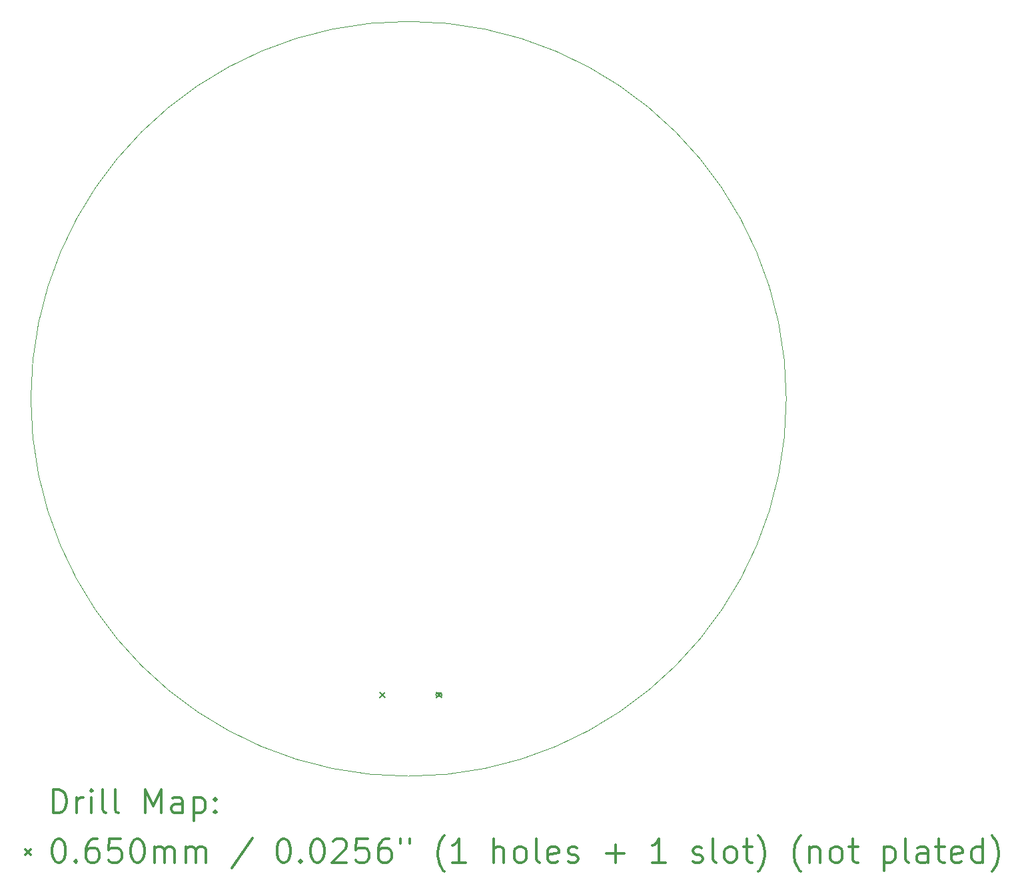
<source format=gbr>
%FSLAX45Y45*%
G04 Gerber Fmt 4.5, Leading zero omitted, Abs format (unit mm)*
G04 Created by KiCad (PCBNEW (5.1.10)-1) date 2021-07-16 13:04:02*
%MOMM*%
%LPD*%
G01*
G04 APERTURE LIST*
%TA.AperFunction,Profile*%
%ADD10C,0.050000*%
%TD*%
%ADD11C,0.200000*%
%ADD12C,0.300000*%
G04 APERTURE END LIST*
D10*
X20450000Y-8050000D02*
G75*
G03*
X20450000Y-8050000I-4800000J0D01*
G01*
D11*
X15282500Y-11781500D02*
X15347500Y-11846500D01*
X15347500Y-11781500D02*
X15282500Y-11846500D01*
X16002500Y-11781500D02*
X16067500Y-11846500D01*
X16067500Y-11781500D02*
X16002500Y-11846500D01*
X16020000Y-11836500D02*
X16050000Y-11836500D01*
X16020000Y-11791500D02*
X16050000Y-11791500D01*
X16050000Y-11836500D02*
G75*
G03*
X16050000Y-11791500I0J22500D01*
G01*
X16020000Y-11791500D02*
G75*
G03*
X16020000Y-11836500I0J-22500D01*
G01*
D12*
X11133928Y-13318214D02*
X11133928Y-13018214D01*
X11205357Y-13018214D01*
X11248214Y-13032500D01*
X11276786Y-13061071D01*
X11291071Y-13089643D01*
X11305357Y-13146786D01*
X11305357Y-13189643D01*
X11291071Y-13246786D01*
X11276786Y-13275357D01*
X11248214Y-13303929D01*
X11205357Y-13318214D01*
X11133928Y-13318214D01*
X11433928Y-13318214D02*
X11433928Y-13118214D01*
X11433928Y-13175357D02*
X11448214Y-13146786D01*
X11462500Y-13132500D01*
X11491071Y-13118214D01*
X11519643Y-13118214D01*
X11619643Y-13318214D02*
X11619643Y-13118214D01*
X11619643Y-13018214D02*
X11605357Y-13032500D01*
X11619643Y-13046786D01*
X11633928Y-13032500D01*
X11619643Y-13018214D01*
X11619643Y-13046786D01*
X11805357Y-13318214D02*
X11776786Y-13303929D01*
X11762500Y-13275357D01*
X11762500Y-13018214D01*
X11962500Y-13318214D02*
X11933928Y-13303929D01*
X11919643Y-13275357D01*
X11919643Y-13018214D01*
X12305357Y-13318214D02*
X12305357Y-13018214D01*
X12405357Y-13232500D01*
X12505357Y-13018214D01*
X12505357Y-13318214D01*
X12776786Y-13318214D02*
X12776786Y-13161071D01*
X12762500Y-13132500D01*
X12733928Y-13118214D01*
X12676786Y-13118214D01*
X12648214Y-13132500D01*
X12776786Y-13303929D02*
X12748214Y-13318214D01*
X12676786Y-13318214D01*
X12648214Y-13303929D01*
X12633928Y-13275357D01*
X12633928Y-13246786D01*
X12648214Y-13218214D01*
X12676786Y-13203929D01*
X12748214Y-13203929D01*
X12776786Y-13189643D01*
X12919643Y-13118214D02*
X12919643Y-13418214D01*
X12919643Y-13132500D02*
X12948214Y-13118214D01*
X13005357Y-13118214D01*
X13033928Y-13132500D01*
X13048214Y-13146786D01*
X13062500Y-13175357D01*
X13062500Y-13261071D01*
X13048214Y-13289643D01*
X13033928Y-13303929D01*
X13005357Y-13318214D01*
X12948214Y-13318214D01*
X12919643Y-13303929D01*
X13191071Y-13289643D02*
X13205357Y-13303929D01*
X13191071Y-13318214D01*
X13176786Y-13303929D01*
X13191071Y-13289643D01*
X13191071Y-13318214D01*
X13191071Y-13132500D02*
X13205357Y-13146786D01*
X13191071Y-13161071D01*
X13176786Y-13146786D01*
X13191071Y-13132500D01*
X13191071Y-13161071D01*
X10782500Y-13780000D02*
X10847500Y-13845000D01*
X10847500Y-13780000D02*
X10782500Y-13845000D01*
X11191071Y-13648214D02*
X11219643Y-13648214D01*
X11248214Y-13662500D01*
X11262500Y-13676786D01*
X11276786Y-13705357D01*
X11291071Y-13762500D01*
X11291071Y-13833929D01*
X11276786Y-13891071D01*
X11262500Y-13919643D01*
X11248214Y-13933929D01*
X11219643Y-13948214D01*
X11191071Y-13948214D01*
X11162500Y-13933929D01*
X11148214Y-13919643D01*
X11133928Y-13891071D01*
X11119643Y-13833929D01*
X11119643Y-13762500D01*
X11133928Y-13705357D01*
X11148214Y-13676786D01*
X11162500Y-13662500D01*
X11191071Y-13648214D01*
X11419643Y-13919643D02*
X11433928Y-13933929D01*
X11419643Y-13948214D01*
X11405357Y-13933929D01*
X11419643Y-13919643D01*
X11419643Y-13948214D01*
X11691071Y-13648214D02*
X11633928Y-13648214D01*
X11605357Y-13662500D01*
X11591071Y-13676786D01*
X11562500Y-13719643D01*
X11548214Y-13776786D01*
X11548214Y-13891071D01*
X11562500Y-13919643D01*
X11576786Y-13933929D01*
X11605357Y-13948214D01*
X11662500Y-13948214D01*
X11691071Y-13933929D01*
X11705357Y-13919643D01*
X11719643Y-13891071D01*
X11719643Y-13819643D01*
X11705357Y-13791071D01*
X11691071Y-13776786D01*
X11662500Y-13762500D01*
X11605357Y-13762500D01*
X11576786Y-13776786D01*
X11562500Y-13791071D01*
X11548214Y-13819643D01*
X11991071Y-13648214D02*
X11848214Y-13648214D01*
X11833928Y-13791071D01*
X11848214Y-13776786D01*
X11876786Y-13762500D01*
X11948214Y-13762500D01*
X11976786Y-13776786D01*
X11991071Y-13791071D01*
X12005357Y-13819643D01*
X12005357Y-13891071D01*
X11991071Y-13919643D01*
X11976786Y-13933929D01*
X11948214Y-13948214D01*
X11876786Y-13948214D01*
X11848214Y-13933929D01*
X11833928Y-13919643D01*
X12191071Y-13648214D02*
X12219643Y-13648214D01*
X12248214Y-13662500D01*
X12262500Y-13676786D01*
X12276786Y-13705357D01*
X12291071Y-13762500D01*
X12291071Y-13833929D01*
X12276786Y-13891071D01*
X12262500Y-13919643D01*
X12248214Y-13933929D01*
X12219643Y-13948214D01*
X12191071Y-13948214D01*
X12162500Y-13933929D01*
X12148214Y-13919643D01*
X12133928Y-13891071D01*
X12119643Y-13833929D01*
X12119643Y-13762500D01*
X12133928Y-13705357D01*
X12148214Y-13676786D01*
X12162500Y-13662500D01*
X12191071Y-13648214D01*
X12419643Y-13948214D02*
X12419643Y-13748214D01*
X12419643Y-13776786D02*
X12433928Y-13762500D01*
X12462500Y-13748214D01*
X12505357Y-13748214D01*
X12533928Y-13762500D01*
X12548214Y-13791071D01*
X12548214Y-13948214D01*
X12548214Y-13791071D02*
X12562500Y-13762500D01*
X12591071Y-13748214D01*
X12633928Y-13748214D01*
X12662500Y-13762500D01*
X12676786Y-13791071D01*
X12676786Y-13948214D01*
X12819643Y-13948214D02*
X12819643Y-13748214D01*
X12819643Y-13776786D02*
X12833928Y-13762500D01*
X12862500Y-13748214D01*
X12905357Y-13748214D01*
X12933928Y-13762500D01*
X12948214Y-13791071D01*
X12948214Y-13948214D01*
X12948214Y-13791071D02*
X12962500Y-13762500D01*
X12991071Y-13748214D01*
X13033928Y-13748214D01*
X13062500Y-13762500D01*
X13076786Y-13791071D01*
X13076786Y-13948214D01*
X13662500Y-13633929D02*
X13405357Y-14019643D01*
X14048214Y-13648214D02*
X14076786Y-13648214D01*
X14105357Y-13662500D01*
X14119643Y-13676786D01*
X14133928Y-13705357D01*
X14148214Y-13762500D01*
X14148214Y-13833929D01*
X14133928Y-13891071D01*
X14119643Y-13919643D01*
X14105357Y-13933929D01*
X14076786Y-13948214D01*
X14048214Y-13948214D01*
X14019643Y-13933929D01*
X14005357Y-13919643D01*
X13991071Y-13891071D01*
X13976786Y-13833929D01*
X13976786Y-13762500D01*
X13991071Y-13705357D01*
X14005357Y-13676786D01*
X14019643Y-13662500D01*
X14048214Y-13648214D01*
X14276786Y-13919643D02*
X14291071Y-13933929D01*
X14276786Y-13948214D01*
X14262500Y-13933929D01*
X14276786Y-13919643D01*
X14276786Y-13948214D01*
X14476786Y-13648214D02*
X14505357Y-13648214D01*
X14533928Y-13662500D01*
X14548214Y-13676786D01*
X14562500Y-13705357D01*
X14576786Y-13762500D01*
X14576786Y-13833929D01*
X14562500Y-13891071D01*
X14548214Y-13919643D01*
X14533928Y-13933929D01*
X14505357Y-13948214D01*
X14476786Y-13948214D01*
X14448214Y-13933929D01*
X14433928Y-13919643D01*
X14419643Y-13891071D01*
X14405357Y-13833929D01*
X14405357Y-13762500D01*
X14419643Y-13705357D01*
X14433928Y-13676786D01*
X14448214Y-13662500D01*
X14476786Y-13648214D01*
X14691071Y-13676786D02*
X14705357Y-13662500D01*
X14733928Y-13648214D01*
X14805357Y-13648214D01*
X14833928Y-13662500D01*
X14848214Y-13676786D01*
X14862500Y-13705357D01*
X14862500Y-13733929D01*
X14848214Y-13776786D01*
X14676786Y-13948214D01*
X14862500Y-13948214D01*
X15133928Y-13648214D02*
X14991071Y-13648214D01*
X14976786Y-13791071D01*
X14991071Y-13776786D01*
X15019643Y-13762500D01*
X15091071Y-13762500D01*
X15119643Y-13776786D01*
X15133928Y-13791071D01*
X15148214Y-13819643D01*
X15148214Y-13891071D01*
X15133928Y-13919643D01*
X15119643Y-13933929D01*
X15091071Y-13948214D01*
X15019643Y-13948214D01*
X14991071Y-13933929D01*
X14976786Y-13919643D01*
X15405357Y-13648214D02*
X15348214Y-13648214D01*
X15319643Y-13662500D01*
X15305357Y-13676786D01*
X15276786Y-13719643D01*
X15262500Y-13776786D01*
X15262500Y-13891071D01*
X15276786Y-13919643D01*
X15291071Y-13933929D01*
X15319643Y-13948214D01*
X15376786Y-13948214D01*
X15405357Y-13933929D01*
X15419643Y-13919643D01*
X15433928Y-13891071D01*
X15433928Y-13819643D01*
X15419643Y-13791071D01*
X15405357Y-13776786D01*
X15376786Y-13762500D01*
X15319643Y-13762500D01*
X15291071Y-13776786D01*
X15276786Y-13791071D01*
X15262500Y-13819643D01*
X15548214Y-13648214D02*
X15548214Y-13705357D01*
X15662500Y-13648214D02*
X15662500Y-13705357D01*
X16105357Y-14062500D02*
X16091071Y-14048214D01*
X16062500Y-14005357D01*
X16048214Y-13976786D01*
X16033928Y-13933929D01*
X16019643Y-13862500D01*
X16019643Y-13805357D01*
X16033928Y-13733929D01*
X16048214Y-13691071D01*
X16062500Y-13662500D01*
X16091071Y-13619643D01*
X16105357Y-13605357D01*
X16376786Y-13948214D02*
X16205357Y-13948214D01*
X16291071Y-13948214D02*
X16291071Y-13648214D01*
X16262500Y-13691071D01*
X16233928Y-13719643D01*
X16205357Y-13733929D01*
X16733928Y-13948214D02*
X16733928Y-13648214D01*
X16862500Y-13948214D02*
X16862500Y-13791071D01*
X16848214Y-13762500D01*
X16819643Y-13748214D01*
X16776786Y-13748214D01*
X16748214Y-13762500D01*
X16733928Y-13776786D01*
X17048214Y-13948214D02*
X17019643Y-13933929D01*
X17005357Y-13919643D01*
X16991071Y-13891071D01*
X16991071Y-13805357D01*
X17005357Y-13776786D01*
X17019643Y-13762500D01*
X17048214Y-13748214D01*
X17091071Y-13748214D01*
X17119643Y-13762500D01*
X17133928Y-13776786D01*
X17148214Y-13805357D01*
X17148214Y-13891071D01*
X17133928Y-13919643D01*
X17119643Y-13933929D01*
X17091071Y-13948214D01*
X17048214Y-13948214D01*
X17319643Y-13948214D02*
X17291071Y-13933929D01*
X17276786Y-13905357D01*
X17276786Y-13648214D01*
X17548214Y-13933929D02*
X17519643Y-13948214D01*
X17462500Y-13948214D01*
X17433928Y-13933929D01*
X17419643Y-13905357D01*
X17419643Y-13791071D01*
X17433928Y-13762500D01*
X17462500Y-13748214D01*
X17519643Y-13748214D01*
X17548214Y-13762500D01*
X17562500Y-13791071D01*
X17562500Y-13819643D01*
X17419643Y-13848214D01*
X17676786Y-13933929D02*
X17705357Y-13948214D01*
X17762500Y-13948214D01*
X17791071Y-13933929D01*
X17805357Y-13905357D01*
X17805357Y-13891071D01*
X17791071Y-13862500D01*
X17762500Y-13848214D01*
X17719643Y-13848214D01*
X17691071Y-13833929D01*
X17676786Y-13805357D01*
X17676786Y-13791071D01*
X17691071Y-13762500D01*
X17719643Y-13748214D01*
X17762500Y-13748214D01*
X17791071Y-13762500D01*
X18162500Y-13833929D02*
X18391071Y-13833929D01*
X18276786Y-13948214D02*
X18276786Y-13719643D01*
X18919643Y-13948214D02*
X18748214Y-13948214D01*
X18833928Y-13948214D02*
X18833928Y-13648214D01*
X18805357Y-13691071D01*
X18776786Y-13719643D01*
X18748214Y-13733929D01*
X19262500Y-13933929D02*
X19291071Y-13948214D01*
X19348214Y-13948214D01*
X19376786Y-13933929D01*
X19391071Y-13905357D01*
X19391071Y-13891071D01*
X19376786Y-13862500D01*
X19348214Y-13848214D01*
X19305357Y-13848214D01*
X19276786Y-13833929D01*
X19262500Y-13805357D01*
X19262500Y-13791071D01*
X19276786Y-13762500D01*
X19305357Y-13748214D01*
X19348214Y-13748214D01*
X19376786Y-13762500D01*
X19562500Y-13948214D02*
X19533928Y-13933929D01*
X19519643Y-13905357D01*
X19519643Y-13648214D01*
X19719643Y-13948214D02*
X19691071Y-13933929D01*
X19676786Y-13919643D01*
X19662500Y-13891071D01*
X19662500Y-13805357D01*
X19676786Y-13776786D01*
X19691071Y-13762500D01*
X19719643Y-13748214D01*
X19762500Y-13748214D01*
X19791071Y-13762500D01*
X19805357Y-13776786D01*
X19819643Y-13805357D01*
X19819643Y-13891071D01*
X19805357Y-13919643D01*
X19791071Y-13933929D01*
X19762500Y-13948214D01*
X19719643Y-13948214D01*
X19905357Y-13748214D02*
X20019643Y-13748214D01*
X19948214Y-13648214D02*
X19948214Y-13905357D01*
X19962500Y-13933929D01*
X19991071Y-13948214D01*
X20019643Y-13948214D01*
X20091071Y-14062500D02*
X20105357Y-14048214D01*
X20133928Y-14005357D01*
X20148214Y-13976786D01*
X20162500Y-13933929D01*
X20176786Y-13862500D01*
X20176786Y-13805357D01*
X20162500Y-13733929D01*
X20148214Y-13691071D01*
X20133928Y-13662500D01*
X20105357Y-13619643D01*
X20091071Y-13605357D01*
X20633928Y-14062500D02*
X20619643Y-14048214D01*
X20591071Y-14005357D01*
X20576786Y-13976786D01*
X20562500Y-13933929D01*
X20548214Y-13862500D01*
X20548214Y-13805357D01*
X20562500Y-13733929D01*
X20576786Y-13691071D01*
X20591071Y-13662500D01*
X20619643Y-13619643D01*
X20633928Y-13605357D01*
X20748214Y-13748214D02*
X20748214Y-13948214D01*
X20748214Y-13776786D02*
X20762500Y-13762500D01*
X20791071Y-13748214D01*
X20833928Y-13748214D01*
X20862500Y-13762500D01*
X20876786Y-13791071D01*
X20876786Y-13948214D01*
X21062500Y-13948214D02*
X21033928Y-13933929D01*
X21019643Y-13919643D01*
X21005357Y-13891071D01*
X21005357Y-13805357D01*
X21019643Y-13776786D01*
X21033928Y-13762500D01*
X21062500Y-13748214D01*
X21105357Y-13748214D01*
X21133928Y-13762500D01*
X21148214Y-13776786D01*
X21162500Y-13805357D01*
X21162500Y-13891071D01*
X21148214Y-13919643D01*
X21133928Y-13933929D01*
X21105357Y-13948214D01*
X21062500Y-13948214D01*
X21248214Y-13748214D02*
X21362500Y-13748214D01*
X21291071Y-13648214D02*
X21291071Y-13905357D01*
X21305357Y-13933929D01*
X21333928Y-13948214D01*
X21362500Y-13948214D01*
X21691071Y-13748214D02*
X21691071Y-14048214D01*
X21691071Y-13762500D02*
X21719643Y-13748214D01*
X21776786Y-13748214D01*
X21805357Y-13762500D01*
X21819643Y-13776786D01*
X21833928Y-13805357D01*
X21833928Y-13891071D01*
X21819643Y-13919643D01*
X21805357Y-13933929D01*
X21776786Y-13948214D01*
X21719643Y-13948214D01*
X21691071Y-13933929D01*
X22005357Y-13948214D02*
X21976786Y-13933929D01*
X21962500Y-13905357D01*
X21962500Y-13648214D01*
X22248214Y-13948214D02*
X22248214Y-13791071D01*
X22233928Y-13762500D01*
X22205357Y-13748214D01*
X22148214Y-13748214D01*
X22119643Y-13762500D01*
X22248214Y-13933929D02*
X22219643Y-13948214D01*
X22148214Y-13948214D01*
X22119643Y-13933929D01*
X22105357Y-13905357D01*
X22105357Y-13876786D01*
X22119643Y-13848214D01*
X22148214Y-13833929D01*
X22219643Y-13833929D01*
X22248214Y-13819643D01*
X22348214Y-13748214D02*
X22462500Y-13748214D01*
X22391071Y-13648214D02*
X22391071Y-13905357D01*
X22405357Y-13933929D01*
X22433928Y-13948214D01*
X22462500Y-13948214D01*
X22676786Y-13933929D02*
X22648214Y-13948214D01*
X22591071Y-13948214D01*
X22562500Y-13933929D01*
X22548214Y-13905357D01*
X22548214Y-13791071D01*
X22562500Y-13762500D01*
X22591071Y-13748214D01*
X22648214Y-13748214D01*
X22676786Y-13762500D01*
X22691071Y-13791071D01*
X22691071Y-13819643D01*
X22548214Y-13848214D01*
X22948214Y-13948214D02*
X22948214Y-13648214D01*
X22948214Y-13933929D02*
X22919643Y-13948214D01*
X22862500Y-13948214D01*
X22833928Y-13933929D01*
X22819643Y-13919643D01*
X22805357Y-13891071D01*
X22805357Y-13805357D01*
X22819643Y-13776786D01*
X22833928Y-13762500D01*
X22862500Y-13748214D01*
X22919643Y-13748214D01*
X22948214Y-13762500D01*
X23062500Y-14062500D02*
X23076786Y-14048214D01*
X23105357Y-14005357D01*
X23119643Y-13976786D01*
X23133928Y-13933929D01*
X23148214Y-13862500D01*
X23148214Y-13805357D01*
X23133928Y-13733929D01*
X23119643Y-13691071D01*
X23105357Y-13662500D01*
X23076786Y-13619643D01*
X23062500Y-13605357D01*
M02*

</source>
